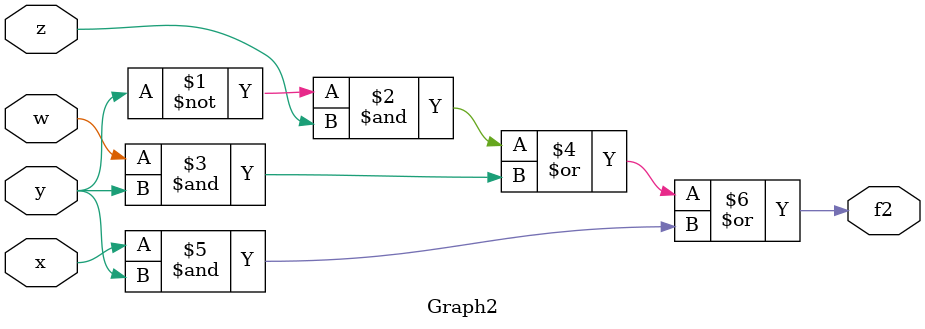
<source format=v>
module Graph2(w,x,y,z,f2);
input w,x,y,z;
output f2;
assign f2=((~y & z)|( w & y )|(x & y));
endmodule

</source>
